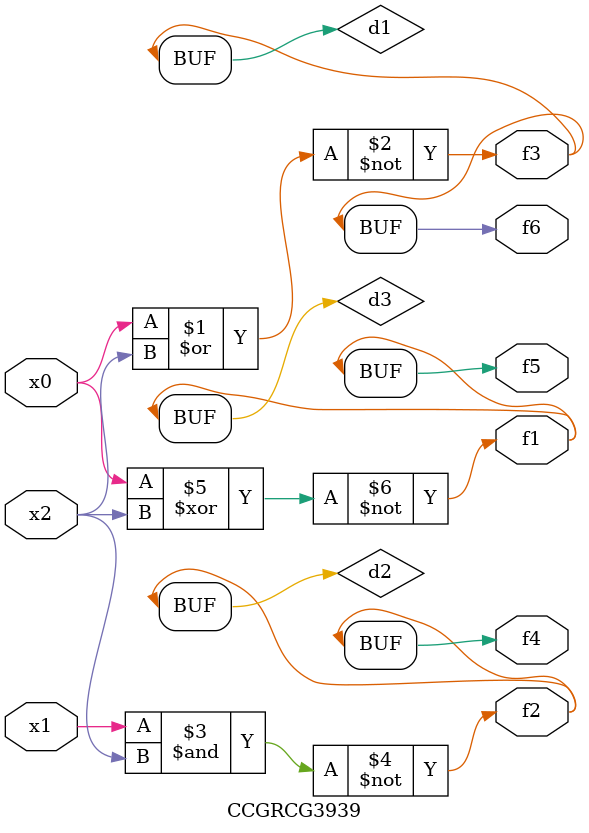
<source format=v>
module CCGRCG3939(
	input x0, x1, x2,
	output f1, f2, f3, f4, f5, f6
);

	wire d1, d2, d3;

	nor (d1, x0, x2);
	nand (d2, x1, x2);
	xnor (d3, x0, x2);
	assign f1 = d3;
	assign f2 = d2;
	assign f3 = d1;
	assign f4 = d2;
	assign f5 = d3;
	assign f6 = d1;
endmodule

</source>
